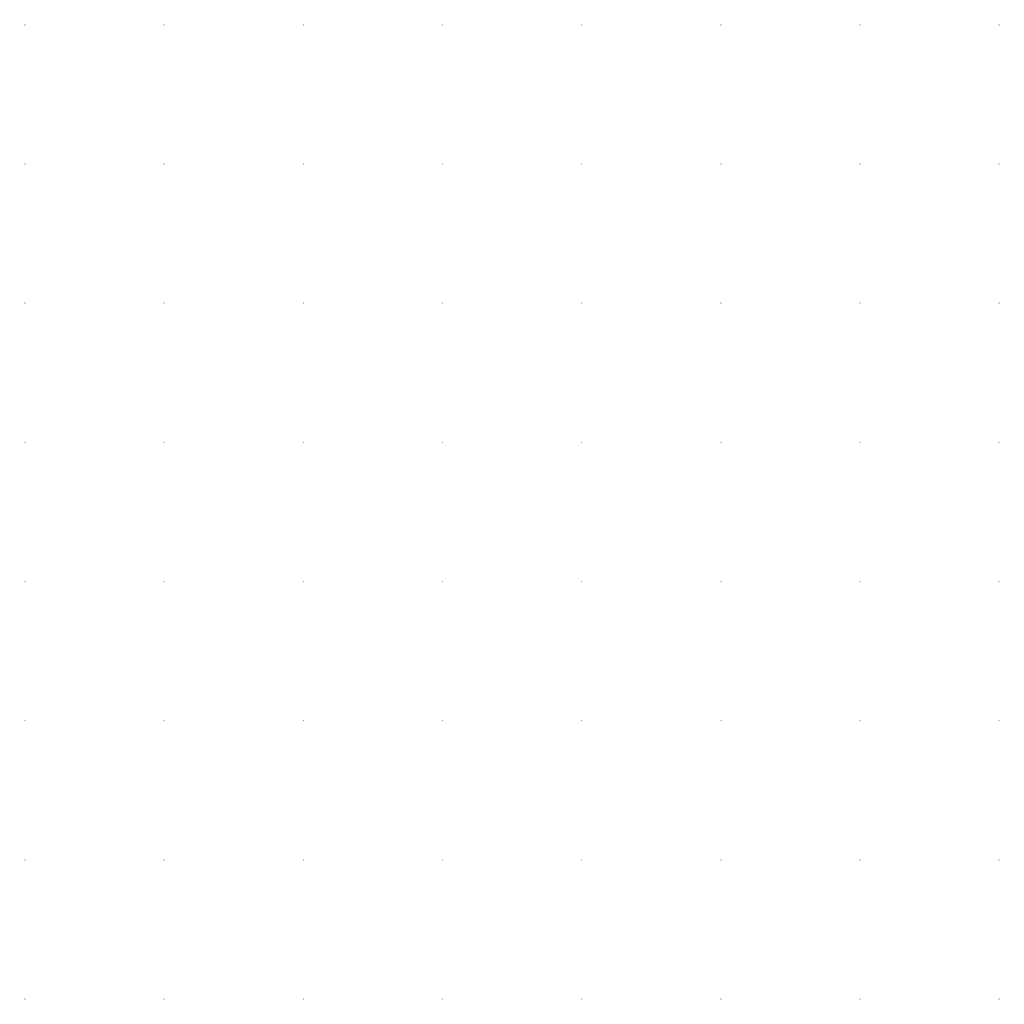
<source format=gbp>
%FSTAX23Y23*%
%MOIN*%
%SFA1B1*%

%IPPOS*%
%ADD31R,0.010000X0.010000*%
%LNchronomepcbv2_2-1*%
%LPD*%
G54D31*
X09385Y10615D03*
X08401D03*
X07416D03*
X06432D03*
X05448D03*
X04464D03*
X03479D03*
X02495D03*
X09385Y09631D03*
X08401D03*
X07416D03*
X06432D03*
X05448D03*
X04464D03*
X03479D03*
X02495D03*
X09385Y08646D03*
X08401D03*
X07416D03*
X06432D03*
X05448D03*
X04464D03*
X03479D03*
X02495D03*
X09385Y07662D03*
X08401D03*
X07416D03*
X06432D03*
X05448D03*
X04464D03*
X03479D03*
X02495D03*
X09385Y06678D03*
X08401D03*
X07416D03*
X06432D03*
X05448D03*
X04464D03*
X03479D03*
X02495D03*
X09385Y05694D03*
X08401D03*
X07416D03*
X06432D03*
X05448D03*
X04464D03*
X03479D03*
X02495D03*
X09385Y04709D03*
X08401D03*
X07416D03*
X06432D03*
X05448D03*
X04464D03*
X03479D03*
X02495D03*
X09385Y03725D03*
X08401D03*
X07416D03*
X06432D03*
X05448D03*
X04464D03*
X03479D03*
X02495D03*
M02*
</source>
